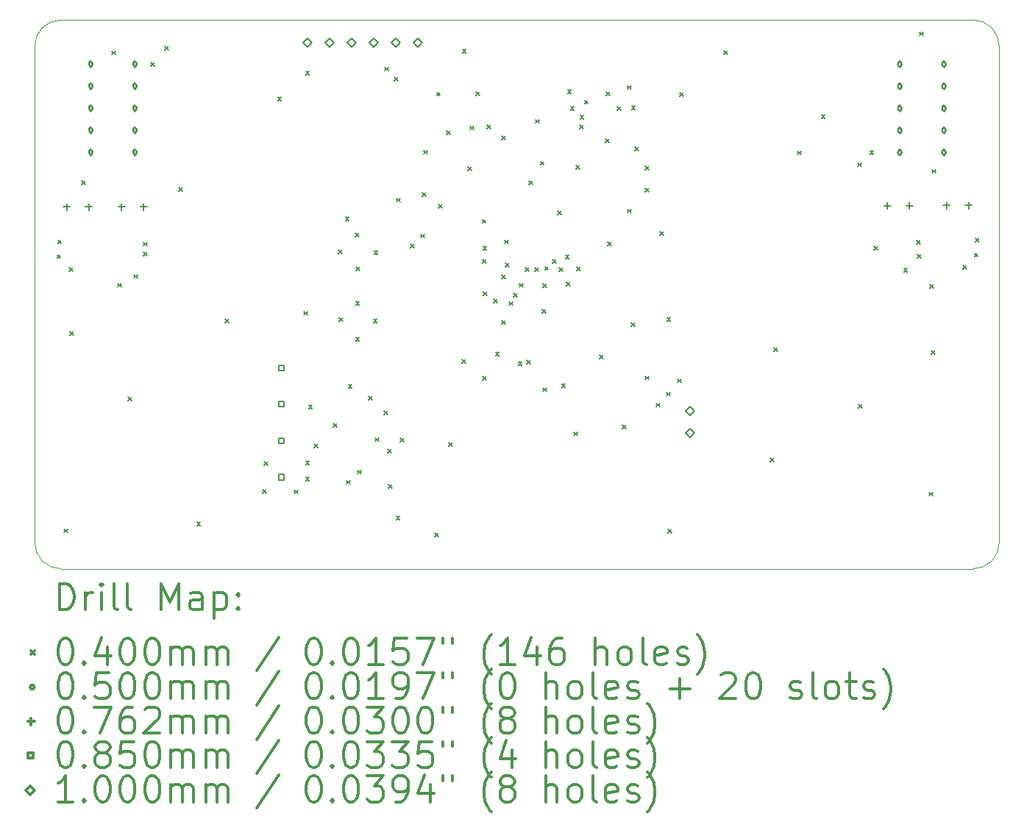
<source format=gbr>
%FSLAX45Y45*%
G04 Gerber Fmt 4.5, Leading zero omitted, Abs format (unit mm)*
G04 Created by KiCad (PCBNEW (5.1.12)-1) date 2022-01-24 11:21:39*
%MOMM*%
%LPD*%
G01*
G04 APERTURE LIST*
%TA.AperFunction,Profile*%
%ADD10C,0.100000*%
%TD*%
%ADD11C,0.200000*%
%ADD12C,0.300000*%
G04 APERTURE END LIST*
D10*
X21050000Y-8980000D02*
G75*
G02*
X21350000Y-9280000I0J-300000D01*
G01*
X21350000Y-15000000D02*
G75*
G02*
X21050000Y-15300000I-300000J0D01*
G01*
X10550000Y-15300000D02*
G75*
G02*
X10250000Y-15000000I0J300000D01*
G01*
X10250000Y-9280000D02*
G75*
G02*
X10550000Y-8980000I300000J0D01*
G01*
X10550000Y-15300000D02*
X21050000Y-15300000D01*
X21350000Y-9280000D02*
X21350000Y-15000000D01*
X10550000Y-8980000D02*
X21050000Y-8980000D01*
X10250000Y-9280000D02*
X10250000Y-15000000D01*
D11*
X10507500Y-11685000D02*
X10547500Y-11725000D01*
X10547500Y-11685000D02*
X10507500Y-11725000D01*
X10515000Y-11515000D02*
X10555000Y-11555000D01*
X10555000Y-11515000D02*
X10515000Y-11555000D01*
X10590000Y-14842500D02*
X10630000Y-14882500D01*
X10630000Y-14842500D02*
X10590000Y-14882500D01*
X10647500Y-11830000D02*
X10687500Y-11870000D01*
X10687500Y-11830000D02*
X10647500Y-11870000D01*
X10657500Y-12570000D02*
X10697500Y-12610000D01*
X10697500Y-12570000D02*
X10657500Y-12610000D01*
X10787500Y-10832500D02*
X10827500Y-10872500D01*
X10827500Y-10832500D02*
X10787500Y-10872500D01*
X11137500Y-9340000D02*
X11177500Y-9380000D01*
X11177500Y-9340000D02*
X11137500Y-9380000D01*
X11205000Y-12015000D02*
X11245000Y-12055000D01*
X11245000Y-12015000D02*
X11205000Y-12055000D01*
X11322500Y-13325000D02*
X11362500Y-13365000D01*
X11362500Y-13325000D02*
X11322500Y-13365000D01*
X11390000Y-11912500D02*
X11430000Y-11952500D01*
X11430000Y-11912500D02*
X11390000Y-11952500D01*
X11500000Y-11540000D02*
X11540000Y-11580000D01*
X11540000Y-11540000D02*
X11500000Y-11580000D01*
X11502500Y-11655000D02*
X11542500Y-11695000D01*
X11542500Y-11655000D02*
X11502500Y-11695000D01*
X11585000Y-9470000D02*
X11625000Y-9510000D01*
X11625000Y-9470000D02*
X11585000Y-9510000D01*
X11750000Y-9285000D02*
X11790000Y-9325000D01*
X11790000Y-9285000D02*
X11750000Y-9325000D01*
X11905000Y-10910000D02*
X11945000Y-10950000D01*
X11945000Y-10910000D02*
X11905000Y-10950000D01*
X12115000Y-14760000D02*
X12155000Y-14800000D01*
X12155000Y-14760000D02*
X12115000Y-14800000D01*
X12442500Y-12427500D02*
X12482500Y-12467500D01*
X12482500Y-12427500D02*
X12442500Y-12467500D01*
X12875000Y-14387500D02*
X12915000Y-14427500D01*
X12915000Y-14387500D02*
X12875000Y-14427500D01*
X12892500Y-14065000D02*
X12932500Y-14105000D01*
X12932500Y-14065000D02*
X12892500Y-14105000D01*
X13047500Y-9867500D02*
X13087500Y-9907500D01*
X13087500Y-9867500D02*
X13047500Y-9907500D01*
X13240000Y-14395000D02*
X13280000Y-14435000D01*
X13280000Y-14395000D02*
X13240000Y-14435000D01*
X13345000Y-12337500D02*
X13385000Y-12377500D01*
X13385000Y-12337500D02*
X13345000Y-12377500D01*
X13367500Y-9575000D02*
X13407500Y-9615000D01*
X13407500Y-9575000D02*
X13367500Y-9615000D01*
X13367500Y-14057500D02*
X13407500Y-14097500D01*
X13407500Y-14057500D02*
X13367500Y-14097500D01*
X13367500Y-14247500D02*
X13407500Y-14287500D01*
X13407500Y-14247500D02*
X13367500Y-14287500D01*
X13402500Y-13415000D02*
X13442500Y-13455000D01*
X13442500Y-13415000D02*
X13402500Y-13455000D01*
X13467500Y-13867500D02*
X13507500Y-13907500D01*
X13507500Y-13867500D02*
X13467500Y-13907500D01*
X13687500Y-13630000D02*
X13727500Y-13670000D01*
X13727500Y-13630000D02*
X13687500Y-13670000D01*
X13747500Y-11632500D02*
X13787500Y-11672500D01*
X13787500Y-11632500D02*
X13747500Y-11672500D01*
X13752500Y-12410000D02*
X13792500Y-12450000D01*
X13792500Y-12410000D02*
X13752500Y-12450000D01*
X13825000Y-11247500D02*
X13865000Y-11287500D01*
X13865000Y-11247500D02*
X13825000Y-11287500D01*
X13840000Y-14285000D02*
X13880000Y-14325000D01*
X13880000Y-14285000D02*
X13840000Y-14325000D01*
X13860000Y-13180000D02*
X13900000Y-13220000D01*
X13900000Y-13180000D02*
X13860000Y-13220000D01*
X13937500Y-11435000D02*
X13977500Y-11475000D01*
X13977500Y-11435000D02*
X13937500Y-11475000D01*
X13945000Y-12220000D02*
X13985000Y-12260000D01*
X13985000Y-12220000D02*
X13945000Y-12260000D01*
X13945000Y-12637500D02*
X13985000Y-12677500D01*
X13985000Y-12637500D02*
X13945000Y-12677500D01*
X13947500Y-11822500D02*
X13987500Y-11862500D01*
X13987500Y-11822500D02*
X13947500Y-11862500D01*
X13965000Y-14165000D02*
X14005000Y-14205000D01*
X14005000Y-14165000D02*
X13965000Y-14205000D01*
X14095000Y-13312500D02*
X14135000Y-13352500D01*
X14135000Y-13312500D02*
X14095000Y-13352500D01*
X14147500Y-12427500D02*
X14187500Y-12467500D01*
X14187500Y-12427500D02*
X14147500Y-12467500D01*
X14155000Y-11637500D02*
X14195000Y-11677500D01*
X14195000Y-11637500D02*
X14155000Y-11677500D01*
X14170000Y-13792500D02*
X14210000Y-13832500D01*
X14210000Y-13792500D02*
X14170000Y-13832500D01*
X14272500Y-13485000D02*
X14312500Y-13525000D01*
X14312500Y-13485000D02*
X14272500Y-13525000D01*
X14277500Y-9525000D02*
X14317500Y-9565000D01*
X14317500Y-9525000D02*
X14277500Y-9565000D01*
X14315000Y-13925000D02*
X14355000Y-13965000D01*
X14355000Y-13925000D02*
X14315000Y-13965000D01*
X14322500Y-14327500D02*
X14362500Y-14367500D01*
X14362500Y-14327500D02*
X14322500Y-14367500D01*
X14390000Y-9637500D02*
X14430000Y-9677500D01*
X14430000Y-9637500D02*
X14390000Y-9677500D01*
X14410000Y-14697500D02*
X14450000Y-14737500D01*
X14450000Y-14697500D02*
X14410000Y-14737500D01*
X14415000Y-11032500D02*
X14455000Y-11072500D01*
X14455000Y-11032500D02*
X14415000Y-11072500D01*
X14455000Y-13797500D02*
X14495000Y-13837500D01*
X14495000Y-13797500D02*
X14455000Y-13837500D01*
X14575000Y-11562500D02*
X14615000Y-11602500D01*
X14615000Y-11562500D02*
X14575000Y-11602500D01*
X14692500Y-11447500D02*
X14732500Y-11487500D01*
X14732500Y-11447500D02*
X14692500Y-11487500D01*
X14710000Y-10967500D02*
X14750000Y-11007500D01*
X14750000Y-10967500D02*
X14710000Y-11007500D01*
X14725000Y-10482500D02*
X14765000Y-10522500D01*
X14765000Y-10482500D02*
X14725000Y-10522500D01*
X14855000Y-14890000D02*
X14895000Y-14930000D01*
X14895000Y-14890000D02*
X14855000Y-14930000D01*
X14875000Y-9812500D02*
X14915000Y-9852500D01*
X14915000Y-9812500D02*
X14875000Y-9852500D01*
X14895000Y-11107500D02*
X14935000Y-11147500D01*
X14935000Y-11107500D02*
X14895000Y-11147500D01*
X14987500Y-10257500D02*
X15027500Y-10297500D01*
X15027500Y-10257500D02*
X14987500Y-10297500D01*
X15012500Y-13850000D02*
X15052500Y-13890000D01*
X15052500Y-13850000D02*
X15012500Y-13890000D01*
X15170000Y-12892500D02*
X15210000Y-12932500D01*
X15210000Y-12892500D02*
X15170000Y-12932500D01*
X15172500Y-9320000D02*
X15212500Y-9360000D01*
X15212500Y-9320000D02*
X15172500Y-9360000D01*
X15237500Y-10670000D02*
X15277500Y-10710000D01*
X15277500Y-10670000D02*
X15237500Y-10710000D01*
X15260000Y-10202500D02*
X15300000Y-10242500D01*
X15300000Y-10202500D02*
X15260000Y-10242500D01*
X15327500Y-9810000D02*
X15367500Y-9850000D01*
X15367500Y-9810000D02*
X15327500Y-9850000D01*
X15400000Y-11277500D02*
X15440000Y-11317500D01*
X15440000Y-11277500D02*
X15400000Y-11317500D01*
X15402500Y-11742500D02*
X15442500Y-11782500D01*
X15442500Y-11742500D02*
X15402500Y-11782500D01*
X15402500Y-13085000D02*
X15442500Y-13125000D01*
X15442500Y-13085000D02*
X15402500Y-13125000D01*
X15410000Y-11590000D02*
X15450000Y-11630000D01*
X15450000Y-11590000D02*
X15410000Y-11630000D01*
X15412500Y-12112500D02*
X15452500Y-12152500D01*
X15452500Y-12112500D02*
X15412500Y-12152500D01*
X15452500Y-10190000D02*
X15492500Y-10230000D01*
X15492500Y-10190000D02*
X15452500Y-10230000D01*
X15530000Y-12195000D02*
X15570000Y-12235000D01*
X15570000Y-12195000D02*
X15530000Y-12235000D01*
X15552500Y-12807500D02*
X15592500Y-12847500D01*
X15592500Y-12807500D02*
X15552500Y-12847500D01*
X15625000Y-10315000D02*
X15665000Y-10355000D01*
X15665000Y-10315000D02*
X15625000Y-10355000D01*
X15625000Y-11920000D02*
X15665000Y-11960000D01*
X15665000Y-11920000D02*
X15625000Y-11960000D01*
X15627500Y-12442500D02*
X15667500Y-12482500D01*
X15667500Y-12442500D02*
X15627500Y-12482500D01*
X15657500Y-11515000D02*
X15697500Y-11555000D01*
X15697500Y-11515000D02*
X15657500Y-11555000D01*
X15670000Y-11785000D02*
X15710000Y-11825000D01*
X15710000Y-11785000D02*
X15670000Y-11825000D01*
X15707500Y-12226352D02*
X15747500Y-12266352D01*
X15747500Y-12226352D02*
X15707500Y-12266352D01*
X15757500Y-12130000D02*
X15797500Y-12170000D01*
X15797500Y-12130000D02*
X15757500Y-12170000D01*
X15815000Y-12917500D02*
X15855000Y-12957500D01*
X15855000Y-12917500D02*
X15815000Y-12957500D01*
X15827500Y-12015000D02*
X15867500Y-12055000D01*
X15867500Y-12015000D02*
X15827500Y-12055000D01*
X15895000Y-11835000D02*
X15935000Y-11875000D01*
X15935000Y-11835000D02*
X15895000Y-11875000D01*
X15915000Y-12902500D02*
X15955000Y-12942500D01*
X15955000Y-12902500D02*
X15915000Y-12942500D01*
X15935000Y-10832500D02*
X15975000Y-10872500D01*
X15975000Y-10832500D02*
X15935000Y-10872500D01*
X16005000Y-11832500D02*
X16045000Y-11872500D01*
X16045000Y-11832500D02*
X16005000Y-11872500D01*
X16015000Y-10127500D02*
X16055000Y-10167500D01*
X16055000Y-10127500D02*
X16015000Y-10167500D01*
X16070000Y-10610000D02*
X16110000Y-10650000D01*
X16110000Y-10610000D02*
X16070000Y-10650000D01*
X16092500Y-12315000D02*
X16132500Y-12355000D01*
X16132500Y-12315000D02*
X16092500Y-12355000D01*
X16100000Y-12020000D02*
X16140000Y-12060000D01*
X16140000Y-12020000D02*
X16100000Y-12060000D01*
X16100000Y-13217500D02*
X16140000Y-13257500D01*
X16140000Y-13217500D02*
X16100000Y-13257500D01*
X16120000Y-11820000D02*
X16160000Y-11860000D01*
X16160000Y-11820000D02*
X16120000Y-11860000D01*
X16207500Y-11742500D02*
X16247500Y-11782500D01*
X16247500Y-11742500D02*
X16207500Y-11782500D01*
X16267500Y-11182500D02*
X16307500Y-11222500D01*
X16307500Y-11182500D02*
X16267500Y-11222500D01*
X16285000Y-11832500D02*
X16325000Y-11872500D01*
X16325000Y-11832500D02*
X16285000Y-11872500D01*
X16315000Y-13172500D02*
X16355000Y-13212500D01*
X16355000Y-13172500D02*
X16315000Y-13212500D01*
X16357501Y-11687789D02*
X16397501Y-11727789D01*
X16397501Y-11687789D02*
X16357501Y-11727789D01*
X16367500Y-12000000D02*
X16407500Y-12040000D01*
X16407500Y-12000000D02*
X16367500Y-12040000D01*
X16382500Y-9782500D02*
X16422500Y-9822500D01*
X16422500Y-9782500D02*
X16382500Y-9822500D01*
X16417500Y-9980000D02*
X16457500Y-10020000D01*
X16457500Y-9980000D02*
X16417500Y-10020000D01*
X16452500Y-13725000D02*
X16492500Y-13765000D01*
X16492500Y-13725000D02*
X16452500Y-13765000D01*
X16482500Y-10655000D02*
X16522500Y-10695000D01*
X16522500Y-10655000D02*
X16482500Y-10695000D01*
X16487500Y-11825000D02*
X16527500Y-11865000D01*
X16527500Y-11825000D02*
X16487500Y-11865000D01*
X16524932Y-10187432D02*
X16564932Y-10227432D01*
X16564932Y-10187432D02*
X16524932Y-10227432D01*
X16526872Y-10082960D02*
X16566872Y-10122960D01*
X16566872Y-10082960D02*
X16526872Y-10122960D01*
X16577500Y-9907500D02*
X16617500Y-9947500D01*
X16617500Y-9907500D02*
X16577500Y-9947500D01*
X16750000Y-12837500D02*
X16790000Y-12877500D01*
X16790000Y-12837500D02*
X16750000Y-12877500D01*
X16820000Y-10352500D02*
X16860000Y-10392500D01*
X16860000Y-10352500D02*
X16820000Y-10392500D01*
X16830000Y-9807500D02*
X16870000Y-9847500D01*
X16870000Y-9807500D02*
X16830000Y-9847500D01*
X16845000Y-11535000D02*
X16885000Y-11575000D01*
X16885000Y-11535000D02*
X16845000Y-11575000D01*
X16955000Y-9977500D02*
X16995000Y-10017500D01*
X16995000Y-9977500D02*
X16955000Y-10017500D01*
X17014999Y-13647701D02*
X17054999Y-13687701D01*
X17054999Y-13647701D02*
X17014999Y-13687701D01*
X17070000Y-11160000D02*
X17110000Y-11200000D01*
X17110000Y-11160000D02*
X17070000Y-11200000D01*
X17072500Y-9737500D02*
X17112500Y-9777500D01*
X17112500Y-9737500D02*
X17072500Y-9777500D01*
X17117500Y-12470000D02*
X17157500Y-12510000D01*
X17157500Y-12470000D02*
X17117500Y-12510000D01*
X17120000Y-9967500D02*
X17160000Y-10007500D01*
X17160000Y-9967500D02*
X17120000Y-10007500D01*
X17155000Y-10445000D02*
X17195000Y-10485000D01*
X17195000Y-10445000D02*
X17155000Y-10485000D01*
X17277500Y-10667500D02*
X17317500Y-10707500D01*
X17317500Y-10667500D02*
X17277500Y-10707500D01*
X17277500Y-10917500D02*
X17317500Y-10957500D01*
X17317500Y-10917500D02*
X17277500Y-10957500D01*
X17277500Y-13082500D02*
X17317500Y-13122500D01*
X17317500Y-13082500D02*
X17277500Y-13122500D01*
X17400000Y-13395000D02*
X17440000Y-13435000D01*
X17440000Y-13395000D02*
X17400000Y-13435000D01*
X17442500Y-11420000D02*
X17482500Y-11460000D01*
X17482500Y-11420000D02*
X17442500Y-11460000D01*
X17520377Y-13267877D02*
X17560377Y-13307877D01*
X17560377Y-13267877D02*
X17520377Y-13307877D01*
X17525000Y-12410000D02*
X17565000Y-12450000D01*
X17565000Y-12410000D02*
X17525000Y-12450000D01*
X17540000Y-14850000D02*
X17580000Y-14890000D01*
X17580000Y-14850000D02*
X17540000Y-14890000D01*
X17650000Y-13115000D02*
X17690000Y-13155000D01*
X17690000Y-13115000D02*
X17650000Y-13155000D01*
X17672500Y-9820000D02*
X17712500Y-9860000D01*
X17712500Y-9820000D02*
X17672500Y-9860000D01*
X18182500Y-9332500D02*
X18222500Y-9372500D01*
X18222500Y-9332500D02*
X18182500Y-9372500D01*
X18712500Y-14027500D02*
X18752500Y-14067500D01*
X18752500Y-14027500D02*
X18712500Y-14067500D01*
X18755000Y-12755000D02*
X18795000Y-12795000D01*
X18795000Y-12755000D02*
X18755000Y-12795000D01*
X19030000Y-10490000D02*
X19070000Y-10530000D01*
X19070000Y-10490000D02*
X19030000Y-10530000D01*
X19302500Y-10070000D02*
X19342500Y-10110000D01*
X19342500Y-10070000D02*
X19302500Y-10110000D01*
X19725000Y-10627500D02*
X19765000Y-10667500D01*
X19765000Y-10627500D02*
X19725000Y-10667500D01*
X19730000Y-13410000D02*
X19770000Y-13450000D01*
X19770000Y-13410000D02*
X19730000Y-13450000D01*
X19862500Y-10485000D02*
X19902500Y-10525000D01*
X19902500Y-10485000D02*
X19862500Y-10525000D01*
X19907500Y-11587500D02*
X19947500Y-11627500D01*
X19947500Y-11587500D02*
X19907500Y-11627500D01*
X20252500Y-11840000D02*
X20292500Y-11880000D01*
X20292500Y-11840000D02*
X20252500Y-11880000D01*
X20397500Y-11522500D02*
X20437500Y-11562500D01*
X20437500Y-11522500D02*
X20397500Y-11562500D01*
X20407500Y-11680000D02*
X20447500Y-11720000D01*
X20447500Y-11680000D02*
X20407500Y-11720000D01*
X20435000Y-9120000D02*
X20475000Y-9160000D01*
X20475000Y-9120000D02*
X20435000Y-9160000D01*
X20545000Y-14420000D02*
X20585000Y-14460000D01*
X20585000Y-14420000D02*
X20545000Y-14460000D01*
X20555000Y-12030000D02*
X20595000Y-12070000D01*
X20595000Y-12030000D02*
X20555000Y-12070000D01*
X20570000Y-12790000D02*
X20610000Y-12830000D01*
X20610000Y-12790000D02*
X20570000Y-12830000D01*
X20575000Y-10702500D02*
X20615000Y-10742500D01*
X20615000Y-10702500D02*
X20575000Y-10742500D01*
X20932500Y-11807500D02*
X20972500Y-11847500D01*
X20972500Y-11807500D02*
X20932500Y-11847500D01*
X21065000Y-11667500D02*
X21105000Y-11707500D01*
X21105000Y-11667500D02*
X21065000Y-11707500D01*
X21075000Y-11495000D02*
X21115000Y-11535000D01*
X21115000Y-11495000D02*
X21075000Y-11535000D01*
X10918500Y-9487000D02*
G75*
G03*
X10918500Y-9487000I-25000J0D01*
G01*
X10878500Y-9462000D02*
X10878500Y-9512000D01*
X10908500Y-9462000D02*
X10908500Y-9512000D01*
X10878500Y-9512000D02*
G75*
G03*
X10908500Y-9512000I15000J0D01*
G01*
X10908500Y-9462000D02*
G75*
G03*
X10878500Y-9462000I-15000J0D01*
G01*
X10918500Y-9741000D02*
G75*
G03*
X10918500Y-9741000I-25000J0D01*
G01*
X10878500Y-9716000D02*
X10878500Y-9766000D01*
X10908500Y-9716000D02*
X10908500Y-9766000D01*
X10878500Y-9766000D02*
G75*
G03*
X10908500Y-9766000I15000J0D01*
G01*
X10908500Y-9716000D02*
G75*
G03*
X10878500Y-9716000I-15000J0D01*
G01*
X10918500Y-9995000D02*
G75*
G03*
X10918500Y-9995000I-25000J0D01*
G01*
X10878500Y-9970000D02*
X10878500Y-10020000D01*
X10908500Y-9970000D02*
X10908500Y-10020000D01*
X10878500Y-10020000D02*
G75*
G03*
X10908500Y-10020000I15000J0D01*
G01*
X10908500Y-9970000D02*
G75*
G03*
X10878500Y-9970000I-15000J0D01*
G01*
X10918500Y-10249000D02*
G75*
G03*
X10918500Y-10249000I-25000J0D01*
G01*
X10878500Y-10224000D02*
X10878500Y-10274000D01*
X10908500Y-10224000D02*
X10908500Y-10274000D01*
X10878500Y-10274000D02*
G75*
G03*
X10908500Y-10274000I15000J0D01*
G01*
X10908500Y-10224000D02*
G75*
G03*
X10878500Y-10224000I-15000J0D01*
G01*
X10918500Y-10503000D02*
G75*
G03*
X10918500Y-10503000I-25000J0D01*
G01*
X10878500Y-10478000D02*
X10878500Y-10528000D01*
X10908500Y-10478000D02*
X10908500Y-10528000D01*
X10878500Y-10528000D02*
G75*
G03*
X10908500Y-10528000I15000J0D01*
G01*
X10908500Y-10478000D02*
G75*
G03*
X10878500Y-10478000I-15000J0D01*
G01*
X11426500Y-9487000D02*
G75*
G03*
X11426500Y-9487000I-25000J0D01*
G01*
X11386500Y-9462000D02*
X11386500Y-9512000D01*
X11416500Y-9462000D02*
X11416500Y-9512000D01*
X11386500Y-9512000D02*
G75*
G03*
X11416500Y-9512000I15000J0D01*
G01*
X11416500Y-9462000D02*
G75*
G03*
X11386500Y-9462000I-15000J0D01*
G01*
X11426500Y-9741000D02*
G75*
G03*
X11426500Y-9741000I-25000J0D01*
G01*
X11386500Y-9716000D02*
X11386500Y-9766000D01*
X11416500Y-9716000D02*
X11416500Y-9766000D01*
X11386500Y-9766000D02*
G75*
G03*
X11416500Y-9766000I15000J0D01*
G01*
X11416500Y-9716000D02*
G75*
G03*
X11386500Y-9716000I-15000J0D01*
G01*
X11426500Y-9995000D02*
G75*
G03*
X11426500Y-9995000I-25000J0D01*
G01*
X11386500Y-9970000D02*
X11386500Y-10020000D01*
X11416500Y-9970000D02*
X11416500Y-10020000D01*
X11386500Y-10020000D02*
G75*
G03*
X11416500Y-10020000I15000J0D01*
G01*
X11416500Y-9970000D02*
G75*
G03*
X11386500Y-9970000I-15000J0D01*
G01*
X11426500Y-10249000D02*
G75*
G03*
X11426500Y-10249000I-25000J0D01*
G01*
X11386500Y-10224000D02*
X11386500Y-10274000D01*
X11416500Y-10224000D02*
X11416500Y-10274000D01*
X11386500Y-10274000D02*
G75*
G03*
X11416500Y-10274000I15000J0D01*
G01*
X11416500Y-10224000D02*
G75*
G03*
X11386500Y-10224000I-15000J0D01*
G01*
X11426500Y-10503000D02*
G75*
G03*
X11426500Y-10503000I-25000J0D01*
G01*
X11386500Y-10478000D02*
X11386500Y-10528000D01*
X11416500Y-10478000D02*
X11416500Y-10528000D01*
X11386500Y-10528000D02*
G75*
G03*
X11416500Y-10528000I15000J0D01*
G01*
X11416500Y-10478000D02*
G75*
G03*
X11386500Y-10478000I-15000J0D01*
G01*
X20231000Y-9489500D02*
G75*
G03*
X20231000Y-9489500I-25000J0D01*
G01*
X20221000Y-9514500D02*
X20221000Y-9464500D01*
X20191000Y-9514500D02*
X20191000Y-9464500D01*
X20221000Y-9464500D02*
G75*
G03*
X20191000Y-9464500I-15000J0D01*
G01*
X20191000Y-9514500D02*
G75*
G03*
X20221000Y-9514500I15000J0D01*
G01*
X20231000Y-9743500D02*
G75*
G03*
X20231000Y-9743500I-25000J0D01*
G01*
X20221000Y-9768500D02*
X20221000Y-9718500D01*
X20191000Y-9768500D02*
X20191000Y-9718500D01*
X20221000Y-9718500D02*
G75*
G03*
X20191000Y-9718500I-15000J0D01*
G01*
X20191000Y-9768500D02*
G75*
G03*
X20221000Y-9768500I15000J0D01*
G01*
X20231000Y-9997500D02*
G75*
G03*
X20231000Y-9997500I-25000J0D01*
G01*
X20221000Y-10022500D02*
X20221000Y-9972500D01*
X20191000Y-10022500D02*
X20191000Y-9972500D01*
X20221000Y-9972500D02*
G75*
G03*
X20191000Y-9972500I-15000J0D01*
G01*
X20191000Y-10022500D02*
G75*
G03*
X20221000Y-10022500I15000J0D01*
G01*
X20231000Y-10251500D02*
G75*
G03*
X20231000Y-10251500I-25000J0D01*
G01*
X20221000Y-10276500D02*
X20221000Y-10226500D01*
X20191000Y-10276500D02*
X20191000Y-10226500D01*
X20221000Y-10226500D02*
G75*
G03*
X20191000Y-10226500I-15000J0D01*
G01*
X20191000Y-10276500D02*
G75*
G03*
X20221000Y-10276500I15000J0D01*
G01*
X20231000Y-10505500D02*
G75*
G03*
X20231000Y-10505500I-25000J0D01*
G01*
X20221000Y-10530500D02*
X20221000Y-10480500D01*
X20191000Y-10530500D02*
X20191000Y-10480500D01*
X20221000Y-10480500D02*
G75*
G03*
X20191000Y-10480500I-15000J0D01*
G01*
X20191000Y-10530500D02*
G75*
G03*
X20221000Y-10530500I15000J0D01*
G01*
X20739000Y-9489500D02*
G75*
G03*
X20739000Y-9489500I-25000J0D01*
G01*
X20729000Y-9514500D02*
X20729000Y-9464500D01*
X20699000Y-9514500D02*
X20699000Y-9464500D01*
X20729000Y-9464500D02*
G75*
G03*
X20699000Y-9464500I-15000J0D01*
G01*
X20699000Y-9514500D02*
G75*
G03*
X20729000Y-9514500I15000J0D01*
G01*
X20739000Y-9743500D02*
G75*
G03*
X20739000Y-9743500I-25000J0D01*
G01*
X20729000Y-9768500D02*
X20729000Y-9718500D01*
X20699000Y-9768500D02*
X20699000Y-9718500D01*
X20729000Y-9718500D02*
G75*
G03*
X20699000Y-9718500I-15000J0D01*
G01*
X20699000Y-9768500D02*
G75*
G03*
X20729000Y-9768500I15000J0D01*
G01*
X20739000Y-9997500D02*
G75*
G03*
X20739000Y-9997500I-25000J0D01*
G01*
X20729000Y-10022500D02*
X20729000Y-9972500D01*
X20699000Y-10022500D02*
X20699000Y-9972500D01*
X20729000Y-9972500D02*
G75*
G03*
X20699000Y-9972500I-15000J0D01*
G01*
X20699000Y-10022500D02*
G75*
G03*
X20729000Y-10022500I15000J0D01*
G01*
X20739000Y-10251500D02*
G75*
G03*
X20739000Y-10251500I-25000J0D01*
G01*
X20729000Y-10276500D02*
X20729000Y-10226500D01*
X20699000Y-10276500D02*
X20699000Y-10226500D01*
X20729000Y-10226500D02*
G75*
G03*
X20699000Y-10226500I-15000J0D01*
G01*
X20699000Y-10276500D02*
G75*
G03*
X20729000Y-10276500I15000J0D01*
G01*
X20739000Y-10505500D02*
G75*
G03*
X20739000Y-10505500I-25000J0D01*
G01*
X20729000Y-10530500D02*
X20729000Y-10480500D01*
X20699000Y-10530500D02*
X20699000Y-10480500D01*
X20729000Y-10480500D02*
G75*
G03*
X20699000Y-10480500I-15000J0D01*
G01*
X20699000Y-10530500D02*
G75*
G03*
X20729000Y-10530500I15000J0D01*
G01*
X10617500Y-11094400D02*
X10617500Y-11170600D01*
X10579400Y-11132500D02*
X10655600Y-11132500D01*
X10871500Y-11094400D02*
X10871500Y-11170600D01*
X10833400Y-11132500D02*
X10909600Y-11132500D01*
X11247500Y-11094400D02*
X11247500Y-11170600D01*
X11209400Y-11132500D02*
X11285600Y-11132500D01*
X11501500Y-11094400D02*
X11501500Y-11170600D01*
X11463400Y-11132500D02*
X11539600Y-11132500D01*
X20063000Y-11081900D02*
X20063000Y-11158100D01*
X20024900Y-11120000D02*
X20101100Y-11120000D01*
X20317000Y-11081900D02*
X20317000Y-11158100D01*
X20278900Y-11120000D02*
X20355100Y-11120000D01*
X20743000Y-11076900D02*
X20743000Y-11153100D01*
X20704900Y-11115000D02*
X20781100Y-11115000D01*
X20997000Y-11076900D02*
X20997000Y-11153100D01*
X20958900Y-11115000D02*
X21035100Y-11115000D01*
X13115052Y-13015052D02*
X13115052Y-12954948D01*
X13054948Y-12954948D01*
X13054948Y-13015052D01*
X13115052Y-13015052D01*
X13115052Y-13435052D02*
X13115052Y-13374948D01*
X13054948Y-13374948D01*
X13054948Y-13435052D01*
X13115052Y-13435052D01*
X13115052Y-13855052D02*
X13115052Y-13794948D01*
X13054948Y-13794948D01*
X13054948Y-13855052D01*
X13115052Y-13855052D01*
X13115052Y-14275052D02*
X13115052Y-14214948D01*
X13054948Y-14214948D01*
X13054948Y-14275052D01*
X13115052Y-14275052D01*
X13386000Y-9287500D02*
X13436000Y-9237500D01*
X13386000Y-9187500D01*
X13336000Y-9237500D01*
X13386000Y-9287500D01*
X13640000Y-9287500D02*
X13690000Y-9237500D01*
X13640000Y-9187500D01*
X13590000Y-9237500D01*
X13640000Y-9287500D01*
X13894000Y-9287500D02*
X13944000Y-9237500D01*
X13894000Y-9187500D01*
X13844000Y-9237500D01*
X13894000Y-9287500D01*
X14148000Y-9287500D02*
X14198000Y-9237500D01*
X14148000Y-9187500D01*
X14098000Y-9237500D01*
X14148000Y-9287500D01*
X14402000Y-9287500D02*
X14452000Y-9237500D01*
X14402000Y-9187500D01*
X14352000Y-9237500D01*
X14402000Y-9287500D01*
X14656000Y-9287500D02*
X14706000Y-9237500D01*
X14656000Y-9187500D01*
X14606000Y-9237500D01*
X14656000Y-9287500D01*
X17792500Y-13532500D02*
X17842500Y-13482500D01*
X17792500Y-13432500D01*
X17742500Y-13482500D01*
X17792500Y-13532500D01*
X17792500Y-13786500D02*
X17842500Y-13736500D01*
X17792500Y-13686500D01*
X17742500Y-13736500D01*
X17792500Y-13786500D01*
D12*
X10531428Y-15770714D02*
X10531428Y-15470714D01*
X10602857Y-15470714D01*
X10645714Y-15485000D01*
X10674286Y-15513571D01*
X10688571Y-15542143D01*
X10702857Y-15599286D01*
X10702857Y-15642143D01*
X10688571Y-15699286D01*
X10674286Y-15727857D01*
X10645714Y-15756429D01*
X10602857Y-15770714D01*
X10531428Y-15770714D01*
X10831428Y-15770714D02*
X10831428Y-15570714D01*
X10831428Y-15627857D02*
X10845714Y-15599286D01*
X10860000Y-15585000D01*
X10888571Y-15570714D01*
X10917143Y-15570714D01*
X11017143Y-15770714D02*
X11017143Y-15570714D01*
X11017143Y-15470714D02*
X11002857Y-15485000D01*
X11017143Y-15499286D01*
X11031428Y-15485000D01*
X11017143Y-15470714D01*
X11017143Y-15499286D01*
X11202857Y-15770714D02*
X11174286Y-15756429D01*
X11160000Y-15727857D01*
X11160000Y-15470714D01*
X11360000Y-15770714D02*
X11331428Y-15756429D01*
X11317143Y-15727857D01*
X11317143Y-15470714D01*
X11702857Y-15770714D02*
X11702857Y-15470714D01*
X11802857Y-15685000D01*
X11902857Y-15470714D01*
X11902857Y-15770714D01*
X12174286Y-15770714D02*
X12174286Y-15613571D01*
X12160000Y-15585000D01*
X12131428Y-15570714D01*
X12074286Y-15570714D01*
X12045714Y-15585000D01*
X12174286Y-15756429D02*
X12145714Y-15770714D01*
X12074286Y-15770714D01*
X12045714Y-15756429D01*
X12031428Y-15727857D01*
X12031428Y-15699286D01*
X12045714Y-15670714D01*
X12074286Y-15656429D01*
X12145714Y-15656429D01*
X12174286Y-15642143D01*
X12317143Y-15570714D02*
X12317143Y-15870714D01*
X12317143Y-15585000D02*
X12345714Y-15570714D01*
X12402857Y-15570714D01*
X12431428Y-15585000D01*
X12445714Y-15599286D01*
X12460000Y-15627857D01*
X12460000Y-15713571D01*
X12445714Y-15742143D01*
X12431428Y-15756429D01*
X12402857Y-15770714D01*
X12345714Y-15770714D01*
X12317143Y-15756429D01*
X12588571Y-15742143D02*
X12602857Y-15756429D01*
X12588571Y-15770714D01*
X12574286Y-15756429D01*
X12588571Y-15742143D01*
X12588571Y-15770714D01*
X12588571Y-15585000D02*
X12602857Y-15599286D01*
X12588571Y-15613571D01*
X12574286Y-15599286D01*
X12588571Y-15585000D01*
X12588571Y-15613571D01*
X10205000Y-16245000D02*
X10245000Y-16285000D01*
X10245000Y-16245000D02*
X10205000Y-16285000D01*
X10588571Y-16100714D02*
X10617143Y-16100714D01*
X10645714Y-16115000D01*
X10660000Y-16129286D01*
X10674286Y-16157857D01*
X10688571Y-16215000D01*
X10688571Y-16286429D01*
X10674286Y-16343571D01*
X10660000Y-16372143D01*
X10645714Y-16386429D01*
X10617143Y-16400714D01*
X10588571Y-16400714D01*
X10560000Y-16386429D01*
X10545714Y-16372143D01*
X10531428Y-16343571D01*
X10517143Y-16286429D01*
X10517143Y-16215000D01*
X10531428Y-16157857D01*
X10545714Y-16129286D01*
X10560000Y-16115000D01*
X10588571Y-16100714D01*
X10817143Y-16372143D02*
X10831428Y-16386429D01*
X10817143Y-16400714D01*
X10802857Y-16386429D01*
X10817143Y-16372143D01*
X10817143Y-16400714D01*
X11088571Y-16200714D02*
X11088571Y-16400714D01*
X11017143Y-16086429D02*
X10945714Y-16300714D01*
X11131428Y-16300714D01*
X11302857Y-16100714D02*
X11331428Y-16100714D01*
X11360000Y-16115000D01*
X11374286Y-16129286D01*
X11388571Y-16157857D01*
X11402857Y-16215000D01*
X11402857Y-16286429D01*
X11388571Y-16343571D01*
X11374286Y-16372143D01*
X11360000Y-16386429D01*
X11331428Y-16400714D01*
X11302857Y-16400714D01*
X11274286Y-16386429D01*
X11260000Y-16372143D01*
X11245714Y-16343571D01*
X11231428Y-16286429D01*
X11231428Y-16215000D01*
X11245714Y-16157857D01*
X11260000Y-16129286D01*
X11274286Y-16115000D01*
X11302857Y-16100714D01*
X11588571Y-16100714D02*
X11617143Y-16100714D01*
X11645714Y-16115000D01*
X11660000Y-16129286D01*
X11674286Y-16157857D01*
X11688571Y-16215000D01*
X11688571Y-16286429D01*
X11674286Y-16343571D01*
X11660000Y-16372143D01*
X11645714Y-16386429D01*
X11617143Y-16400714D01*
X11588571Y-16400714D01*
X11560000Y-16386429D01*
X11545714Y-16372143D01*
X11531428Y-16343571D01*
X11517143Y-16286429D01*
X11517143Y-16215000D01*
X11531428Y-16157857D01*
X11545714Y-16129286D01*
X11560000Y-16115000D01*
X11588571Y-16100714D01*
X11817143Y-16400714D02*
X11817143Y-16200714D01*
X11817143Y-16229286D02*
X11831428Y-16215000D01*
X11860000Y-16200714D01*
X11902857Y-16200714D01*
X11931428Y-16215000D01*
X11945714Y-16243571D01*
X11945714Y-16400714D01*
X11945714Y-16243571D02*
X11960000Y-16215000D01*
X11988571Y-16200714D01*
X12031428Y-16200714D01*
X12060000Y-16215000D01*
X12074286Y-16243571D01*
X12074286Y-16400714D01*
X12217143Y-16400714D02*
X12217143Y-16200714D01*
X12217143Y-16229286D02*
X12231428Y-16215000D01*
X12260000Y-16200714D01*
X12302857Y-16200714D01*
X12331428Y-16215000D01*
X12345714Y-16243571D01*
X12345714Y-16400714D01*
X12345714Y-16243571D02*
X12360000Y-16215000D01*
X12388571Y-16200714D01*
X12431428Y-16200714D01*
X12460000Y-16215000D01*
X12474286Y-16243571D01*
X12474286Y-16400714D01*
X13060000Y-16086429D02*
X12802857Y-16472143D01*
X13445714Y-16100714D02*
X13474286Y-16100714D01*
X13502857Y-16115000D01*
X13517143Y-16129286D01*
X13531428Y-16157857D01*
X13545714Y-16215000D01*
X13545714Y-16286429D01*
X13531428Y-16343571D01*
X13517143Y-16372143D01*
X13502857Y-16386429D01*
X13474286Y-16400714D01*
X13445714Y-16400714D01*
X13417143Y-16386429D01*
X13402857Y-16372143D01*
X13388571Y-16343571D01*
X13374286Y-16286429D01*
X13374286Y-16215000D01*
X13388571Y-16157857D01*
X13402857Y-16129286D01*
X13417143Y-16115000D01*
X13445714Y-16100714D01*
X13674286Y-16372143D02*
X13688571Y-16386429D01*
X13674286Y-16400714D01*
X13660000Y-16386429D01*
X13674286Y-16372143D01*
X13674286Y-16400714D01*
X13874286Y-16100714D02*
X13902857Y-16100714D01*
X13931428Y-16115000D01*
X13945714Y-16129286D01*
X13960000Y-16157857D01*
X13974286Y-16215000D01*
X13974286Y-16286429D01*
X13960000Y-16343571D01*
X13945714Y-16372143D01*
X13931428Y-16386429D01*
X13902857Y-16400714D01*
X13874286Y-16400714D01*
X13845714Y-16386429D01*
X13831428Y-16372143D01*
X13817143Y-16343571D01*
X13802857Y-16286429D01*
X13802857Y-16215000D01*
X13817143Y-16157857D01*
X13831428Y-16129286D01*
X13845714Y-16115000D01*
X13874286Y-16100714D01*
X14260000Y-16400714D02*
X14088571Y-16400714D01*
X14174286Y-16400714D02*
X14174286Y-16100714D01*
X14145714Y-16143571D01*
X14117143Y-16172143D01*
X14088571Y-16186429D01*
X14531428Y-16100714D02*
X14388571Y-16100714D01*
X14374286Y-16243571D01*
X14388571Y-16229286D01*
X14417143Y-16215000D01*
X14488571Y-16215000D01*
X14517143Y-16229286D01*
X14531428Y-16243571D01*
X14545714Y-16272143D01*
X14545714Y-16343571D01*
X14531428Y-16372143D01*
X14517143Y-16386429D01*
X14488571Y-16400714D01*
X14417143Y-16400714D01*
X14388571Y-16386429D01*
X14374286Y-16372143D01*
X14645714Y-16100714D02*
X14845714Y-16100714D01*
X14717143Y-16400714D01*
X14945714Y-16100714D02*
X14945714Y-16157857D01*
X15060000Y-16100714D02*
X15060000Y-16157857D01*
X15502857Y-16515000D02*
X15488571Y-16500714D01*
X15460000Y-16457857D01*
X15445714Y-16429286D01*
X15431428Y-16386429D01*
X15417143Y-16315000D01*
X15417143Y-16257857D01*
X15431428Y-16186429D01*
X15445714Y-16143571D01*
X15460000Y-16115000D01*
X15488571Y-16072143D01*
X15502857Y-16057857D01*
X15774286Y-16400714D02*
X15602857Y-16400714D01*
X15688571Y-16400714D02*
X15688571Y-16100714D01*
X15660000Y-16143571D01*
X15631428Y-16172143D01*
X15602857Y-16186429D01*
X16031428Y-16200714D02*
X16031428Y-16400714D01*
X15960000Y-16086429D02*
X15888571Y-16300714D01*
X16074286Y-16300714D01*
X16317143Y-16100714D02*
X16260000Y-16100714D01*
X16231428Y-16115000D01*
X16217143Y-16129286D01*
X16188571Y-16172143D01*
X16174286Y-16229286D01*
X16174286Y-16343571D01*
X16188571Y-16372143D01*
X16202857Y-16386429D01*
X16231428Y-16400714D01*
X16288571Y-16400714D01*
X16317143Y-16386429D01*
X16331428Y-16372143D01*
X16345714Y-16343571D01*
X16345714Y-16272143D01*
X16331428Y-16243571D01*
X16317143Y-16229286D01*
X16288571Y-16215000D01*
X16231428Y-16215000D01*
X16202857Y-16229286D01*
X16188571Y-16243571D01*
X16174286Y-16272143D01*
X16702857Y-16400714D02*
X16702857Y-16100714D01*
X16831428Y-16400714D02*
X16831428Y-16243571D01*
X16817143Y-16215000D01*
X16788571Y-16200714D01*
X16745714Y-16200714D01*
X16717143Y-16215000D01*
X16702857Y-16229286D01*
X17017143Y-16400714D02*
X16988571Y-16386429D01*
X16974286Y-16372143D01*
X16960000Y-16343571D01*
X16960000Y-16257857D01*
X16974286Y-16229286D01*
X16988571Y-16215000D01*
X17017143Y-16200714D01*
X17060000Y-16200714D01*
X17088571Y-16215000D01*
X17102857Y-16229286D01*
X17117143Y-16257857D01*
X17117143Y-16343571D01*
X17102857Y-16372143D01*
X17088571Y-16386429D01*
X17060000Y-16400714D01*
X17017143Y-16400714D01*
X17288571Y-16400714D02*
X17260000Y-16386429D01*
X17245714Y-16357857D01*
X17245714Y-16100714D01*
X17517143Y-16386429D02*
X17488571Y-16400714D01*
X17431428Y-16400714D01*
X17402857Y-16386429D01*
X17388571Y-16357857D01*
X17388571Y-16243571D01*
X17402857Y-16215000D01*
X17431428Y-16200714D01*
X17488571Y-16200714D01*
X17517143Y-16215000D01*
X17531428Y-16243571D01*
X17531428Y-16272143D01*
X17388571Y-16300714D01*
X17645714Y-16386429D02*
X17674286Y-16400714D01*
X17731428Y-16400714D01*
X17760000Y-16386429D01*
X17774286Y-16357857D01*
X17774286Y-16343571D01*
X17760000Y-16315000D01*
X17731428Y-16300714D01*
X17688571Y-16300714D01*
X17660000Y-16286429D01*
X17645714Y-16257857D01*
X17645714Y-16243571D01*
X17660000Y-16215000D01*
X17688571Y-16200714D01*
X17731428Y-16200714D01*
X17760000Y-16215000D01*
X17874286Y-16515000D02*
X17888571Y-16500714D01*
X17917143Y-16457857D01*
X17931428Y-16429286D01*
X17945714Y-16386429D01*
X17960000Y-16315000D01*
X17960000Y-16257857D01*
X17945714Y-16186429D01*
X17931428Y-16143571D01*
X17917143Y-16115000D01*
X17888571Y-16072143D01*
X17874286Y-16057857D01*
X10245000Y-16661000D02*
G75*
G03*
X10245000Y-16661000I-25000J0D01*
G01*
X10588571Y-16496714D02*
X10617143Y-16496714D01*
X10645714Y-16511000D01*
X10660000Y-16525286D01*
X10674286Y-16553857D01*
X10688571Y-16611000D01*
X10688571Y-16682429D01*
X10674286Y-16739571D01*
X10660000Y-16768143D01*
X10645714Y-16782429D01*
X10617143Y-16796714D01*
X10588571Y-16796714D01*
X10560000Y-16782429D01*
X10545714Y-16768143D01*
X10531428Y-16739571D01*
X10517143Y-16682429D01*
X10517143Y-16611000D01*
X10531428Y-16553857D01*
X10545714Y-16525286D01*
X10560000Y-16511000D01*
X10588571Y-16496714D01*
X10817143Y-16768143D02*
X10831428Y-16782429D01*
X10817143Y-16796714D01*
X10802857Y-16782429D01*
X10817143Y-16768143D01*
X10817143Y-16796714D01*
X11102857Y-16496714D02*
X10960000Y-16496714D01*
X10945714Y-16639571D01*
X10960000Y-16625286D01*
X10988571Y-16611000D01*
X11060000Y-16611000D01*
X11088571Y-16625286D01*
X11102857Y-16639571D01*
X11117143Y-16668143D01*
X11117143Y-16739571D01*
X11102857Y-16768143D01*
X11088571Y-16782429D01*
X11060000Y-16796714D01*
X10988571Y-16796714D01*
X10960000Y-16782429D01*
X10945714Y-16768143D01*
X11302857Y-16496714D02*
X11331428Y-16496714D01*
X11360000Y-16511000D01*
X11374286Y-16525286D01*
X11388571Y-16553857D01*
X11402857Y-16611000D01*
X11402857Y-16682429D01*
X11388571Y-16739571D01*
X11374286Y-16768143D01*
X11360000Y-16782429D01*
X11331428Y-16796714D01*
X11302857Y-16796714D01*
X11274286Y-16782429D01*
X11260000Y-16768143D01*
X11245714Y-16739571D01*
X11231428Y-16682429D01*
X11231428Y-16611000D01*
X11245714Y-16553857D01*
X11260000Y-16525286D01*
X11274286Y-16511000D01*
X11302857Y-16496714D01*
X11588571Y-16496714D02*
X11617143Y-16496714D01*
X11645714Y-16511000D01*
X11660000Y-16525286D01*
X11674286Y-16553857D01*
X11688571Y-16611000D01*
X11688571Y-16682429D01*
X11674286Y-16739571D01*
X11660000Y-16768143D01*
X11645714Y-16782429D01*
X11617143Y-16796714D01*
X11588571Y-16796714D01*
X11560000Y-16782429D01*
X11545714Y-16768143D01*
X11531428Y-16739571D01*
X11517143Y-16682429D01*
X11517143Y-16611000D01*
X11531428Y-16553857D01*
X11545714Y-16525286D01*
X11560000Y-16511000D01*
X11588571Y-16496714D01*
X11817143Y-16796714D02*
X11817143Y-16596714D01*
X11817143Y-16625286D02*
X11831428Y-16611000D01*
X11860000Y-16596714D01*
X11902857Y-16596714D01*
X11931428Y-16611000D01*
X11945714Y-16639571D01*
X11945714Y-16796714D01*
X11945714Y-16639571D02*
X11960000Y-16611000D01*
X11988571Y-16596714D01*
X12031428Y-16596714D01*
X12060000Y-16611000D01*
X12074286Y-16639571D01*
X12074286Y-16796714D01*
X12217143Y-16796714D02*
X12217143Y-16596714D01*
X12217143Y-16625286D02*
X12231428Y-16611000D01*
X12260000Y-16596714D01*
X12302857Y-16596714D01*
X12331428Y-16611000D01*
X12345714Y-16639571D01*
X12345714Y-16796714D01*
X12345714Y-16639571D02*
X12360000Y-16611000D01*
X12388571Y-16596714D01*
X12431428Y-16596714D01*
X12460000Y-16611000D01*
X12474286Y-16639571D01*
X12474286Y-16796714D01*
X13060000Y-16482429D02*
X12802857Y-16868143D01*
X13445714Y-16496714D02*
X13474286Y-16496714D01*
X13502857Y-16511000D01*
X13517143Y-16525286D01*
X13531428Y-16553857D01*
X13545714Y-16611000D01*
X13545714Y-16682429D01*
X13531428Y-16739571D01*
X13517143Y-16768143D01*
X13502857Y-16782429D01*
X13474286Y-16796714D01*
X13445714Y-16796714D01*
X13417143Y-16782429D01*
X13402857Y-16768143D01*
X13388571Y-16739571D01*
X13374286Y-16682429D01*
X13374286Y-16611000D01*
X13388571Y-16553857D01*
X13402857Y-16525286D01*
X13417143Y-16511000D01*
X13445714Y-16496714D01*
X13674286Y-16768143D02*
X13688571Y-16782429D01*
X13674286Y-16796714D01*
X13660000Y-16782429D01*
X13674286Y-16768143D01*
X13674286Y-16796714D01*
X13874286Y-16496714D02*
X13902857Y-16496714D01*
X13931428Y-16511000D01*
X13945714Y-16525286D01*
X13960000Y-16553857D01*
X13974286Y-16611000D01*
X13974286Y-16682429D01*
X13960000Y-16739571D01*
X13945714Y-16768143D01*
X13931428Y-16782429D01*
X13902857Y-16796714D01*
X13874286Y-16796714D01*
X13845714Y-16782429D01*
X13831428Y-16768143D01*
X13817143Y-16739571D01*
X13802857Y-16682429D01*
X13802857Y-16611000D01*
X13817143Y-16553857D01*
X13831428Y-16525286D01*
X13845714Y-16511000D01*
X13874286Y-16496714D01*
X14260000Y-16796714D02*
X14088571Y-16796714D01*
X14174286Y-16796714D02*
X14174286Y-16496714D01*
X14145714Y-16539571D01*
X14117143Y-16568143D01*
X14088571Y-16582429D01*
X14402857Y-16796714D02*
X14460000Y-16796714D01*
X14488571Y-16782429D01*
X14502857Y-16768143D01*
X14531428Y-16725286D01*
X14545714Y-16668143D01*
X14545714Y-16553857D01*
X14531428Y-16525286D01*
X14517143Y-16511000D01*
X14488571Y-16496714D01*
X14431428Y-16496714D01*
X14402857Y-16511000D01*
X14388571Y-16525286D01*
X14374286Y-16553857D01*
X14374286Y-16625286D01*
X14388571Y-16653857D01*
X14402857Y-16668143D01*
X14431428Y-16682429D01*
X14488571Y-16682429D01*
X14517143Y-16668143D01*
X14531428Y-16653857D01*
X14545714Y-16625286D01*
X14645714Y-16496714D02*
X14845714Y-16496714D01*
X14717143Y-16796714D01*
X14945714Y-16496714D02*
X14945714Y-16553857D01*
X15060000Y-16496714D02*
X15060000Y-16553857D01*
X15502857Y-16911000D02*
X15488571Y-16896714D01*
X15460000Y-16853857D01*
X15445714Y-16825286D01*
X15431428Y-16782429D01*
X15417143Y-16711000D01*
X15417143Y-16653857D01*
X15431428Y-16582429D01*
X15445714Y-16539571D01*
X15460000Y-16511000D01*
X15488571Y-16468143D01*
X15502857Y-16453857D01*
X15674286Y-16496714D02*
X15702857Y-16496714D01*
X15731428Y-16511000D01*
X15745714Y-16525286D01*
X15760000Y-16553857D01*
X15774286Y-16611000D01*
X15774286Y-16682429D01*
X15760000Y-16739571D01*
X15745714Y-16768143D01*
X15731428Y-16782429D01*
X15702857Y-16796714D01*
X15674286Y-16796714D01*
X15645714Y-16782429D01*
X15631428Y-16768143D01*
X15617143Y-16739571D01*
X15602857Y-16682429D01*
X15602857Y-16611000D01*
X15617143Y-16553857D01*
X15631428Y-16525286D01*
X15645714Y-16511000D01*
X15674286Y-16496714D01*
X16131428Y-16796714D02*
X16131428Y-16496714D01*
X16260000Y-16796714D02*
X16260000Y-16639571D01*
X16245714Y-16611000D01*
X16217143Y-16596714D01*
X16174286Y-16596714D01*
X16145714Y-16611000D01*
X16131428Y-16625286D01*
X16445714Y-16796714D02*
X16417143Y-16782429D01*
X16402857Y-16768143D01*
X16388571Y-16739571D01*
X16388571Y-16653857D01*
X16402857Y-16625286D01*
X16417143Y-16611000D01*
X16445714Y-16596714D01*
X16488571Y-16596714D01*
X16517143Y-16611000D01*
X16531428Y-16625286D01*
X16545714Y-16653857D01*
X16545714Y-16739571D01*
X16531428Y-16768143D01*
X16517143Y-16782429D01*
X16488571Y-16796714D01*
X16445714Y-16796714D01*
X16717143Y-16796714D02*
X16688571Y-16782429D01*
X16674286Y-16753857D01*
X16674286Y-16496714D01*
X16945714Y-16782429D02*
X16917143Y-16796714D01*
X16860000Y-16796714D01*
X16831428Y-16782429D01*
X16817143Y-16753857D01*
X16817143Y-16639571D01*
X16831428Y-16611000D01*
X16860000Y-16596714D01*
X16917143Y-16596714D01*
X16945714Y-16611000D01*
X16960000Y-16639571D01*
X16960000Y-16668143D01*
X16817143Y-16696714D01*
X17074286Y-16782429D02*
X17102857Y-16796714D01*
X17160000Y-16796714D01*
X17188571Y-16782429D01*
X17202857Y-16753857D01*
X17202857Y-16739571D01*
X17188571Y-16711000D01*
X17160000Y-16696714D01*
X17117143Y-16696714D01*
X17088571Y-16682429D01*
X17074286Y-16653857D01*
X17074286Y-16639571D01*
X17088571Y-16611000D01*
X17117143Y-16596714D01*
X17160000Y-16596714D01*
X17188571Y-16611000D01*
X17560000Y-16682429D02*
X17788571Y-16682429D01*
X17674286Y-16796714D02*
X17674286Y-16568143D01*
X18145714Y-16525286D02*
X18160000Y-16511000D01*
X18188571Y-16496714D01*
X18260000Y-16496714D01*
X18288571Y-16511000D01*
X18302857Y-16525286D01*
X18317143Y-16553857D01*
X18317143Y-16582429D01*
X18302857Y-16625286D01*
X18131428Y-16796714D01*
X18317143Y-16796714D01*
X18502857Y-16496714D02*
X18531428Y-16496714D01*
X18560000Y-16511000D01*
X18574286Y-16525286D01*
X18588571Y-16553857D01*
X18602857Y-16611000D01*
X18602857Y-16682429D01*
X18588571Y-16739571D01*
X18574286Y-16768143D01*
X18560000Y-16782429D01*
X18531428Y-16796714D01*
X18502857Y-16796714D01*
X18474286Y-16782429D01*
X18460000Y-16768143D01*
X18445714Y-16739571D01*
X18431428Y-16682429D01*
X18431428Y-16611000D01*
X18445714Y-16553857D01*
X18460000Y-16525286D01*
X18474286Y-16511000D01*
X18502857Y-16496714D01*
X18945714Y-16782429D02*
X18974286Y-16796714D01*
X19031428Y-16796714D01*
X19060000Y-16782429D01*
X19074286Y-16753857D01*
X19074286Y-16739571D01*
X19060000Y-16711000D01*
X19031428Y-16696714D01*
X18988571Y-16696714D01*
X18960000Y-16682429D01*
X18945714Y-16653857D01*
X18945714Y-16639571D01*
X18960000Y-16611000D01*
X18988571Y-16596714D01*
X19031428Y-16596714D01*
X19060000Y-16611000D01*
X19245714Y-16796714D02*
X19217143Y-16782429D01*
X19202857Y-16753857D01*
X19202857Y-16496714D01*
X19402857Y-16796714D02*
X19374286Y-16782429D01*
X19360000Y-16768143D01*
X19345714Y-16739571D01*
X19345714Y-16653857D01*
X19360000Y-16625286D01*
X19374286Y-16611000D01*
X19402857Y-16596714D01*
X19445714Y-16596714D01*
X19474286Y-16611000D01*
X19488571Y-16625286D01*
X19502857Y-16653857D01*
X19502857Y-16739571D01*
X19488571Y-16768143D01*
X19474286Y-16782429D01*
X19445714Y-16796714D01*
X19402857Y-16796714D01*
X19588571Y-16596714D02*
X19702857Y-16596714D01*
X19631428Y-16496714D02*
X19631428Y-16753857D01*
X19645714Y-16782429D01*
X19674286Y-16796714D01*
X19702857Y-16796714D01*
X19788571Y-16782429D02*
X19817143Y-16796714D01*
X19874286Y-16796714D01*
X19902857Y-16782429D01*
X19917143Y-16753857D01*
X19917143Y-16739571D01*
X19902857Y-16711000D01*
X19874286Y-16696714D01*
X19831428Y-16696714D01*
X19802857Y-16682429D01*
X19788571Y-16653857D01*
X19788571Y-16639571D01*
X19802857Y-16611000D01*
X19831428Y-16596714D01*
X19874286Y-16596714D01*
X19902857Y-16611000D01*
X20017143Y-16911000D02*
X20031428Y-16896714D01*
X20060000Y-16853857D01*
X20074286Y-16825286D01*
X20088571Y-16782429D01*
X20102857Y-16711000D01*
X20102857Y-16653857D01*
X20088571Y-16582429D01*
X20074286Y-16539571D01*
X20060000Y-16511000D01*
X20031428Y-16468143D01*
X20017143Y-16453857D01*
X10206900Y-17018900D02*
X10206900Y-17095100D01*
X10168800Y-17057000D02*
X10245000Y-17057000D01*
X10588571Y-16892714D02*
X10617143Y-16892714D01*
X10645714Y-16907000D01*
X10660000Y-16921286D01*
X10674286Y-16949857D01*
X10688571Y-17007000D01*
X10688571Y-17078429D01*
X10674286Y-17135572D01*
X10660000Y-17164143D01*
X10645714Y-17178429D01*
X10617143Y-17192714D01*
X10588571Y-17192714D01*
X10560000Y-17178429D01*
X10545714Y-17164143D01*
X10531428Y-17135572D01*
X10517143Y-17078429D01*
X10517143Y-17007000D01*
X10531428Y-16949857D01*
X10545714Y-16921286D01*
X10560000Y-16907000D01*
X10588571Y-16892714D01*
X10817143Y-17164143D02*
X10831428Y-17178429D01*
X10817143Y-17192714D01*
X10802857Y-17178429D01*
X10817143Y-17164143D01*
X10817143Y-17192714D01*
X10931428Y-16892714D02*
X11131428Y-16892714D01*
X11002857Y-17192714D01*
X11374286Y-16892714D02*
X11317143Y-16892714D01*
X11288571Y-16907000D01*
X11274286Y-16921286D01*
X11245714Y-16964143D01*
X11231428Y-17021286D01*
X11231428Y-17135572D01*
X11245714Y-17164143D01*
X11260000Y-17178429D01*
X11288571Y-17192714D01*
X11345714Y-17192714D01*
X11374286Y-17178429D01*
X11388571Y-17164143D01*
X11402857Y-17135572D01*
X11402857Y-17064143D01*
X11388571Y-17035572D01*
X11374286Y-17021286D01*
X11345714Y-17007000D01*
X11288571Y-17007000D01*
X11260000Y-17021286D01*
X11245714Y-17035572D01*
X11231428Y-17064143D01*
X11517143Y-16921286D02*
X11531428Y-16907000D01*
X11560000Y-16892714D01*
X11631428Y-16892714D01*
X11660000Y-16907000D01*
X11674286Y-16921286D01*
X11688571Y-16949857D01*
X11688571Y-16978429D01*
X11674286Y-17021286D01*
X11502857Y-17192714D01*
X11688571Y-17192714D01*
X11817143Y-17192714D02*
X11817143Y-16992714D01*
X11817143Y-17021286D02*
X11831428Y-17007000D01*
X11860000Y-16992714D01*
X11902857Y-16992714D01*
X11931428Y-17007000D01*
X11945714Y-17035572D01*
X11945714Y-17192714D01*
X11945714Y-17035572D02*
X11960000Y-17007000D01*
X11988571Y-16992714D01*
X12031428Y-16992714D01*
X12060000Y-17007000D01*
X12074286Y-17035572D01*
X12074286Y-17192714D01*
X12217143Y-17192714D02*
X12217143Y-16992714D01*
X12217143Y-17021286D02*
X12231428Y-17007000D01*
X12260000Y-16992714D01*
X12302857Y-16992714D01*
X12331428Y-17007000D01*
X12345714Y-17035572D01*
X12345714Y-17192714D01*
X12345714Y-17035572D02*
X12360000Y-17007000D01*
X12388571Y-16992714D01*
X12431428Y-16992714D01*
X12460000Y-17007000D01*
X12474286Y-17035572D01*
X12474286Y-17192714D01*
X13060000Y-16878429D02*
X12802857Y-17264143D01*
X13445714Y-16892714D02*
X13474286Y-16892714D01*
X13502857Y-16907000D01*
X13517143Y-16921286D01*
X13531428Y-16949857D01*
X13545714Y-17007000D01*
X13545714Y-17078429D01*
X13531428Y-17135572D01*
X13517143Y-17164143D01*
X13502857Y-17178429D01*
X13474286Y-17192714D01*
X13445714Y-17192714D01*
X13417143Y-17178429D01*
X13402857Y-17164143D01*
X13388571Y-17135572D01*
X13374286Y-17078429D01*
X13374286Y-17007000D01*
X13388571Y-16949857D01*
X13402857Y-16921286D01*
X13417143Y-16907000D01*
X13445714Y-16892714D01*
X13674286Y-17164143D02*
X13688571Y-17178429D01*
X13674286Y-17192714D01*
X13660000Y-17178429D01*
X13674286Y-17164143D01*
X13674286Y-17192714D01*
X13874286Y-16892714D02*
X13902857Y-16892714D01*
X13931428Y-16907000D01*
X13945714Y-16921286D01*
X13960000Y-16949857D01*
X13974286Y-17007000D01*
X13974286Y-17078429D01*
X13960000Y-17135572D01*
X13945714Y-17164143D01*
X13931428Y-17178429D01*
X13902857Y-17192714D01*
X13874286Y-17192714D01*
X13845714Y-17178429D01*
X13831428Y-17164143D01*
X13817143Y-17135572D01*
X13802857Y-17078429D01*
X13802857Y-17007000D01*
X13817143Y-16949857D01*
X13831428Y-16921286D01*
X13845714Y-16907000D01*
X13874286Y-16892714D01*
X14074286Y-16892714D02*
X14260000Y-16892714D01*
X14160000Y-17007000D01*
X14202857Y-17007000D01*
X14231428Y-17021286D01*
X14245714Y-17035572D01*
X14260000Y-17064143D01*
X14260000Y-17135572D01*
X14245714Y-17164143D01*
X14231428Y-17178429D01*
X14202857Y-17192714D01*
X14117143Y-17192714D01*
X14088571Y-17178429D01*
X14074286Y-17164143D01*
X14445714Y-16892714D02*
X14474286Y-16892714D01*
X14502857Y-16907000D01*
X14517143Y-16921286D01*
X14531428Y-16949857D01*
X14545714Y-17007000D01*
X14545714Y-17078429D01*
X14531428Y-17135572D01*
X14517143Y-17164143D01*
X14502857Y-17178429D01*
X14474286Y-17192714D01*
X14445714Y-17192714D01*
X14417143Y-17178429D01*
X14402857Y-17164143D01*
X14388571Y-17135572D01*
X14374286Y-17078429D01*
X14374286Y-17007000D01*
X14388571Y-16949857D01*
X14402857Y-16921286D01*
X14417143Y-16907000D01*
X14445714Y-16892714D01*
X14731428Y-16892714D02*
X14760000Y-16892714D01*
X14788571Y-16907000D01*
X14802857Y-16921286D01*
X14817143Y-16949857D01*
X14831428Y-17007000D01*
X14831428Y-17078429D01*
X14817143Y-17135572D01*
X14802857Y-17164143D01*
X14788571Y-17178429D01*
X14760000Y-17192714D01*
X14731428Y-17192714D01*
X14702857Y-17178429D01*
X14688571Y-17164143D01*
X14674286Y-17135572D01*
X14660000Y-17078429D01*
X14660000Y-17007000D01*
X14674286Y-16949857D01*
X14688571Y-16921286D01*
X14702857Y-16907000D01*
X14731428Y-16892714D01*
X14945714Y-16892714D02*
X14945714Y-16949857D01*
X15060000Y-16892714D02*
X15060000Y-16949857D01*
X15502857Y-17307000D02*
X15488571Y-17292714D01*
X15460000Y-17249857D01*
X15445714Y-17221286D01*
X15431428Y-17178429D01*
X15417143Y-17107000D01*
X15417143Y-17049857D01*
X15431428Y-16978429D01*
X15445714Y-16935572D01*
X15460000Y-16907000D01*
X15488571Y-16864143D01*
X15502857Y-16849857D01*
X15660000Y-17021286D02*
X15631428Y-17007000D01*
X15617143Y-16992714D01*
X15602857Y-16964143D01*
X15602857Y-16949857D01*
X15617143Y-16921286D01*
X15631428Y-16907000D01*
X15660000Y-16892714D01*
X15717143Y-16892714D01*
X15745714Y-16907000D01*
X15760000Y-16921286D01*
X15774286Y-16949857D01*
X15774286Y-16964143D01*
X15760000Y-16992714D01*
X15745714Y-17007000D01*
X15717143Y-17021286D01*
X15660000Y-17021286D01*
X15631428Y-17035572D01*
X15617143Y-17049857D01*
X15602857Y-17078429D01*
X15602857Y-17135572D01*
X15617143Y-17164143D01*
X15631428Y-17178429D01*
X15660000Y-17192714D01*
X15717143Y-17192714D01*
X15745714Y-17178429D01*
X15760000Y-17164143D01*
X15774286Y-17135572D01*
X15774286Y-17078429D01*
X15760000Y-17049857D01*
X15745714Y-17035572D01*
X15717143Y-17021286D01*
X16131428Y-17192714D02*
X16131428Y-16892714D01*
X16260000Y-17192714D02*
X16260000Y-17035572D01*
X16245714Y-17007000D01*
X16217143Y-16992714D01*
X16174286Y-16992714D01*
X16145714Y-17007000D01*
X16131428Y-17021286D01*
X16445714Y-17192714D02*
X16417143Y-17178429D01*
X16402857Y-17164143D01*
X16388571Y-17135572D01*
X16388571Y-17049857D01*
X16402857Y-17021286D01*
X16417143Y-17007000D01*
X16445714Y-16992714D01*
X16488571Y-16992714D01*
X16517143Y-17007000D01*
X16531428Y-17021286D01*
X16545714Y-17049857D01*
X16545714Y-17135572D01*
X16531428Y-17164143D01*
X16517143Y-17178429D01*
X16488571Y-17192714D01*
X16445714Y-17192714D01*
X16717143Y-17192714D02*
X16688571Y-17178429D01*
X16674286Y-17149857D01*
X16674286Y-16892714D01*
X16945714Y-17178429D02*
X16917143Y-17192714D01*
X16860000Y-17192714D01*
X16831428Y-17178429D01*
X16817143Y-17149857D01*
X16817143Y-17035572D01*
X16831428Y-17007000D01*
X16860000Y-16992714D01*
X16917143Y-16992714D01*
X16945714Y-17007000D01*
X16960000Y-17035572D01*
X16960000Y-17064143D01*
X16817143Y-17092714D01*
X17074286Y-17178429D02*
X17102857Y-17192714D01*
X17160000Y-17192714D01*
X17188571Y-17178429D01*
X17202857Y-17149857D01*
X17202857Y-17135572D01*
X17188571Y-17107000D01*
X17160000Y-17092714D01*
X17117143Y-17092714D01*
X17088571Y-17078429D01*
X17074286Y-17049857D01*
X17074286Y-17035572D01*
X17088571Y-17007000D01*
X17117143Y-16992714D01*
X17160000Y-16992714D01*
X17188571Y-17007000D01*
X17302857Y-17307000D02*
X17317143Y-17292714D01*
X17345714Y-17249857D01*
X17360000Y-17221286D01*
X17374286Y-17178429D01*
X17388571Y-17107000D01*
X17388571Y-17049857D01*
X17374286Y-16978429D01*
X17360000Y-16935572D01*
X17345714Y-16907000D01*
X17317143Y-16864143D01*
X17302857Y-16849857D01*
X10232552Y-17483052D02*
X10232552Y-17422948D01*
X10172448Y-17422948D01*
X10172448Y-17483052D01*
X10232552Y-17483052D01*
X10588571Y-17288714D02*
X10617143Y-17288714D01*
X10645714Y-17303000D01*
X10660000Y-17317286D01*
X10674286Y-17345857D01*
X10688571Y-17403000D01*
X10688571Y-17474429D01*
X10674286Y-17531572D01*
X10660000Y-17560143D01*
X10645714Y-17574429D01*
X10617143Y-17588714D01*
X10588571Y-17588714D01*
X10560000Y-17574429D01*
X10545714Y-17560143D01*
X10531428Y-17531572D01*
X10517143Y-17474429D01*
X10517143Y-17403000D01*
X10531428Y-17345857D01*
X10545714Y-17317286D01*
X10560000Y-17303000D01*
X10588571Y-17288714D01*
X10817143Y-17560143D02*
X10831428Y-17574429D01*
X10817143Y-17588714D01*
X10802857Y-17574429D01*
X10817143Y-17560143D01*
X10817143Y-17588714D01*
X11002857Y-17417286D02*
X10974286Y-17403000D01*
X10960000Y-17388714D01*
X10945714Y-17360143D01*
X10945714Y-17345857D01*
X10960000Y-17317286D01*
X10974286Y-17303000D01*
X11002857Y-17288714D01*
X11060000Y-17288714D01*
X11088571Y-17303000D01*
X11102857Y-17317286D01*
X11117143Y-17345857D01*
X11117143Y-17360143D01*
X11102857Y-17388714D01*
X11088571Y-17403000D01*
X11060000Y-17417286D01*
X11002857Y-17417286D01*
X10974286Y-17431572D01*
X10960000Y-17445857D01*
X10945714Y-17474429D01*
X10945714Y-17531572D01*
X10960000Y-17560143D01*
X10974286Y-17574429D01*
X11002857Y-17588714D01*
X11060000Y-17588714D01*
X11088571Y-17574429D01*
X11102857Y-17560143D01*
X11117143Y-17531572D01*
X11117143Y-17474429D01*
X11102857Y-17445857D01*
X11088571Y-17431572D01*
X11060000Y-17417286D01*
X11388571Y-17288714D02*
X11245714Y-17288714D01*
X11231428Y-17431572D01*
X11245714Y-17417286D01*
X11274286Y-17403000D01*
X11345714Y-17403000D01*
X11374286Y-17417286D01*
X11388571Y-17431572D01*
X11402857Y-17460143D01*
X11402857Y-17531572D01*
X11388571Y-17560143D01*
X11374286Y-17574429D01*
X11345714Y-17588714D01*
X11274286Y-17588714D01*
X11245714Y-17574429D01*
X11231428Y-17560143D01*
X11588571Y-17288714D02*
X11617143Y-17288714D01*
X11645714Y-17303000D01*
X11660000Y-17317286D01*
X11674286Y-17345857D01*
X11688571Y-17403000D01*
X11688571Y-17474429D01*
X11674286Y-17531572D01*
X11660000Y-17560143D01*
X11645714Y-17574429D01*
X11617143Y-17588714D01*
X11588571Y-17588714D01*
X11560000Y-17574429D01*
X11545714Y-17560143D01*
X11531428Y-17531572D01*
X11517143Y-17474429D01*
X11517143Y-17403000D01*
X11531428Y-17345857D01*
X11545714Y-17317286D01*
X11560000Y-17303000D01*
X11588571Y-17288714D01*
X11817143Y-17588714D02*
X11817143Y-17388714D01*
X11817143Y-17417286D02*
X11831428Y-17403000D01*
X11860000Y-17388714D01*
X11902857Y-17388714D01*
X11931428Y-17403000D01*
X11945714Y-17431572D01*
X11945714Y-17588714D01*
X11945714Y-17431572D02*
X11960000Y-17403000D01*
X11988571Y-17388714D01*
X12031428Y-17388714D01*
X12060000Y-17403000D01*
X12074286Y-17431572D01*
X12074286Y-17588714D01*
X12217143Y-17588714D02*
X12217143Y-17388714D01*
X12217143Y-17417286D02*
X12231428Y-17403000D01*
X12260000Y-17388714D01*
X12302857Y-17388714D01*
X12331428Y-17403000D01*
X12345714Y-17431572D01*
X12345714Y-17588714D01*
X12345714Y-17431572D02*
X12360000Y-17403000D01*
X12388571Y-17388714D01*
X12431428Y-17388714D01*
X12460000Y-17403000D01*
X12474286Y-17431572D01*
X12474286Y-17588714D01*
X13060000Y-17274429D02*
X12802857Y-17660143D01*
X13445714Y-17288714D02*
X13474286Y-17288714D01*
X13502857Y-17303000D01*
X13517143Y-17317286D01*
X13531428Y-17345857D01*
X13545714Y-17403000D01*
X13545714Y-17474429D01*
X13531428Y-17531572D01*
X13517143Y-17560143D01*
X13502857Y-17574429D01*
X13474286Y-17588714D01*
X13445714Y-17588714D01*
X13417143Y-17574429D01*
X13402857Y-17560143D01*
X13388571Y-17531572D01*
X13374286Y-17474429D01*
X13374286Y-17403000D01*
X13388571Y-17345857D01*
X13402857Y-17317286D01*
X13417143Y-17303000D01*
X13445714Y-17288714D01*
X13674286Y-17560143D02*
X13688571Y-17574429D01*
X13674286Y-17588714D01*
X13660000Y-17574429D01*
X13674286Y-17560143D01*
X13674286Y-17588714D01*
X13874286Y-17288714D02*
X13902857Y-17288714D01*
X13931428Y-17303000D01*
X13945714Y-17317286D01*
X13960000Y-17345857D01*
X13974286Y-17403000D01*
X13974286Y-17474429D01*
X13960000Y-17531572D01*
X13945714Y-17560143D01*
X13931428Y-17574429D01*
X13902857Y-17588714D01*
X13874286Y-17588714D01*
X13845714Y-17574429D01*
X13831428Y-17560143D01*
X13817143Y-17531572D01*
X13802857Y-17474429D01*
X13802857Y-17403000D01*
X13817143Y-17345857D01*
X13831428Y-17317286D01*
X13845714Y-17303000D01*
X13874286Y-17288714D01*
X14074286Y-17288714D02*
X14260000Y-17288714D01*
X14160000Y-17403000D01*
X14202857Y-17403000D01*
X14231428Y-17417286D01*
X14245714Y-17431572D01*
X14260000Y-17460143D01*
X14260000Y-17531572D01*
X14245714Y-17560143D01*
X14231428Y-17574429D01*
X14202857Y-17588714D01*
X14117143Y-17588714D01*
X14088571Y-17574429D01*
X14074286Y-17560143D01*
X14360000Y-17288714D02*
X14545714Y-17288714D01*
X14445714Y-17403000D01*
X14488571Y-17403000D01*
X14517143Y-17417286D01*
X14531428Y-17431572D01*
X14545714Y-17460143D01*
X14545714Y-17531572D01*
X14531428Y-17560143D01*
X14517143Y-17574429D01*
X14488571Y-17588714D01*
X14402857Y-17588714D01*
X14374286Y-17574429D01*
X14360000Y-17560143D01*
X14817143Y-17288714D02*
X14674286Y-17288714D01*
X14660000Y-17431572D01*
X14674286Y-17417286D01*
X14702857Y-17403000D01*
X14774286Y-17403000D01*
X14802857Y-17417286D01*
X14817143Y-17431572D01*
X14831428Y-17460143D01*
X14831428Y-17531572D01*
X14817143Y-17560143D01*
X14802857Y-17574429D01*
X14774286Y-17588714D01*
X14702857Y-17588714D01*
X14674286Y-17574429D01*
X14660000Y-17560143D01*
X14945714Y-17288714D02*
X14945714Y-17345857D01*
X15060000Y-17288714D02*
X15060000Y-17345857D01*
X15502857Y-17703000D02*
X15488571Y-17688714D01*
X15460000Y-17645857D01*
X15445714Y-17617286D01*
X15431428Y-17574429D01*
X15417143Y-17503000D01*
X15417143Y-17445857D01*
X15431428Y-17374429D01*
X15445714Y-17331572D01*
X15460000Y-17303000D01*
X15488571Y-17260143D01*
X15502857Y-17245857D01*
X15745714Y-17388714D02*
X15745714Y-17588714D01*
X15674286Y-17274429D02*
X15602857Y-17488714D01*
X15788571Y-17488714D01*
X16131428Y-17588714D02*
X16131428Y-17288714D01*
X16260000Y-17588714D02*
X16260000Y-17431572D01*
X16245714Y-17403000D01*
X16217143Y-17388714D01*
X16174286Y-17388714D01*
X16145714Y-17403000D01*
X16131428Y-17417286D01*
X16445714Y-17588714D02*
X16417143Y-17574429D01*
X16402857Y-17560143D01*
X16388571Y-17531572D01*
X16388571Y-17445857D01*
X16402857Y-17417286D01*
X16417143Y-17403000D01*
X16445714Y-17388714D01*
X16488571Y-17388714D01*
X16517143Y-17403000D01*
X16531428Y-17417286D01*
X16545714Y-17445857D01*
X16545714Y-17531572D01*
X16531428Y-17560143D01*
X16517143Y-17574429D01*
X16488571Y-17588714D01*
X16445714Y-17588714D01*
X16717143Y-17588714D02*
X16688571Y-17574429D01*
X16674286Y-17545857D01*
X16674286Y-17288714D01*
X16945714Y-17574429D02*
X16917143Y-17588714D01*
X16860000Y-17588714D01*
X16831428Y-17574429D01*
X16817143Y-17545857D01*
X16817143Y-17431572D01*
X16831428Y-17403000D01*
X16860000Y-17388714D01*
X16917143Y-17388714D01*
X16945714Y-17403000D01*
X16960000Y-17431572D01*
X16960000Y-17460143D01*
X16817143Y-17488714D01*
X17074286Y-17574429D02*
X17102857Y-17588714D01*
X17160000Y-17588714D01*
X17188571Y-17574429D01*
X17202857Y-17545857D01*
X17202857Y-17531572D01*
X17188571Y-17503000D01*
X17160000Y-17488714D01*
X17117143Y-17488714D01*
X17088571Y-17474429D01*
X17074286Y-17445857D01*
X17074286Y-17431572D01*
X17088571Y-17403000D01*
X17117143Y-17388714D01*
X17160000Y-17388714D01*
X17188571Y-17403000D01*
X17302857Y-17703000D02*
X17317143Y-17688714D01*
X17345714Y-17645857D01*
X17360000Y-17617286D01*
X17374286Y-17574429D01*
X17388571Y-17503000D01*
X17388571Y-17445857D01*
X17374286Y-17374429D01*
X17360000Y-17331572D01*
X17345714Y-17303000D01*
X17317143Y-17260143D01*
X17302857Y-17245857D01*
X10195000Y-17899000D02*
X10245000Y-17849000D01*
X10195000Y-17799000D01*
X10145000Y-17849000D01*
X10195000Y-17899000D01*
X10688571Y-17984714D02*
X10517143Y-17984714D01*
X10602857Y-17984714D02*
X10602857Y-17684714D01*
X10574286Y-17727572D01*
X10545714Y-17756143D01*
X10517143Y-17770429D01*
X10817143Y-17956143D02*
X10831428Y-17970429D01*
X10817143Y-17984714D01*
X10802857Y-17970429D01*
X10817143Y-17956143D01*
X10817143Y-17984714D01*
X11017143Y-17684714D02*
X11045714Y-17684714D01*
X11074286Y-17699000D01*
X11088571Y-17713286D01*
X11102857Y-17741857D01*
X11117143Y-17799000D01*
X11117143Y-17870429D01*
X11102857Y-17927572D01*
X11088571Y-17956143D01*
X11074286Y-17970429D01*
X11045714Y-17984714D01*
X11017143Y-17984714D01*
X10988571Y-17970429D01*
X10974286Y-17956143D01*
X10960000Y-17927572D01*
X10945714Y-17870429D01*
X10945714Y-17799000D01*
X10960000Y-17741857D01*
X10974286Y-17713286D01*
X10988571Y-17699000D01*
X11017143Y-17684714D01*
X11302857Y-17684714D02*
X11331428Y-17684714D01*
X11360000Y-17699000D01*
X11374286Y-17713286D01*
X11388571Y-17741857D01*
X11402857Y-17799000D01*
X11402857Y-17870429D01*
X11388571Y-17927572D01*
X11374286Y-17956143D01*
X11360000Y-17970429D01*
X11331428Y-17984714D01*
X11302857Y-17984714D01*
X11274286Y-17970429D01*
X11260000Y-17956143D01*
X11245714Y-17927572D01*
X11231428Y-17870429D01*
X11231428Y-17799000D01*
X11245714Y-17741857D01*
X11260000Y-17713286D01*
X11274286Y-17699000D01*
X11302857Y-17684714D01*
X11588571Y-17684714D02*
X11617143Y-17684714D01*
X11645714Y-17699000D01*
X11660000Y-17713286D01*
X11674286Y-17741857D01*
X11688571Y-17799000D01*
X11688571Y-17870429D01*
X11674286Y-17927572D01*
X11660000Y-17956143D01*
X11645714Y-17970429D01*
X11617143Y-17984714D01*
X11588571Y-17984714D01*
X11560000Y-17970429D01*
X11545714Y-17956143D01*
X11531428Y-17927572D01*
X11517143Y-17870429D01*
X11517143Y-17799000D01*
X11531428Y-17741857D01*
X11545714Y-17713286D01*
X11560000Y-17699000D01*
X11588571Y-17684714D01*
X11817143Y-17984714D02*
X11817143Y-17784714D01*
X11817143Y-17813286D02*
X11831428Y-17799000D01*
X11860000Y-17784714D01*
X11902857Y-17784714D01*
X11931428Y-17799000D01*
X11945714Y-17827572D01*
X11945714Y-17984714D01*
X11945714Y-17827572D02*
X11960000Y-17799000D01*
X11988571Y-17784714D01*
X12031428Y-17784714D01*
X12060000Y-17799000D01*
X12074286Y-17827572D01*
X12074286Y-17984714D01*
X12217143Y-17984714D02*
X12217143Y-17784714D01*
X12217143Y-17813286D02*
X12231428Y-17799000D01*
X12260000Y-17784714D01*
X12302857Y-17784714D01*
X12331428Y-17799000D01*
X12345714Y-17827572D01*
X12345714Y-17984714D01*
X12345714Y-17827572D02*
X12360000Y-17799000D01*
X12388571Y-17784714D01*
X12431428Y-17784714D01*
X12460000Y-17799000D01*
X12474286Y-17827572D01*
X12474286Y-17984714D01*
X13060000Y-17670429D02*
X12802857Y-18056143D01*
X13445714Y-17684714D02*
X13474286Y-17684714D01*
X13502857Y-17699000D01*
X13517143Y-17713286D01*
X13531428Y-17741857D01*
X13545714Y-17799000D01*
X13545714Y-17870429D01*
X13531428Y-17927572D01*
X13517143Y-17956143D01*
X13502857Y-17970429D01*
X13474286Y-17984714D01*
X13445714Y-17984714D01*
X13417143Y-17970429D01*
X13402857Y-17956143D01*
X13388571Y-17927572D01*
X13374286Y-17870429D01*
X13374286Y-17799000D01*
X13388571Y-17741857D01*
X13402857Y-17713286D01*
X13417143Y-17699000D01*
X13445714Y-17684714D01*
X13674286Y-17956143D02*
X13688571Y-17970429D01*
X13674286Y-17984714D01*
X13660000Y-17970429D01*
X13674286Y-17956143D01*
X13674286Y-17984714D01*
X13874286Y-17684714D02*
X13902857Y-17684714D01*
X13931428Y-17699000D01*
X13945714Y-17713286D01*
X13960000Y-17741857D01*
X13974286Y-17799000D01*
X13974286Y-17870429D01*
X13960000Y-17927572D01*
X13945714Y-17956143D01*
X13931428Y-17970429D01*
X13902857Y-17984714D01*
X13874286Y-17984714D01*
X13845714Y-17970429D01*
X13831428Y-17956143D01*
X13817143Y-17927572D01*
X13802857Y-17870429D01*
X13802857Y-17799000D01*
X13817143Y-17741857D01*
X13831428Y-17713286D01*
X13845714Y-17699000D01*
X13874286Y-17684714D01*
X14074286Y-17684714D02*
X14260000Y-17684714D01*
X14160000Y-17799000D01*
X14202857Y-17799000D01*
X14231428Y-17813286D01*
X14245714Y-17827572D01*
X14260000Y-17856143D01*
X14260000Y-17927572D01*
X14245714Y-17956143D01*
X14231428Y-17970429D01*
X14202857Y-17984714D01*
X14117143Y-17984714D01*
X14088571Y-17970429D01*
X14074286Y-17956143D01*
X14402857Y-17984714D02*
X14460000Y-17984714D01*
X14488571Y-17970429D01*
X14502857Y-17956143D01*
X14531428Y-17913286D01*
X14545714Y-17856143D01*
X14545714Y-17741857D01*
X14531428Y-17713286D01*
X14517143Y-17699000D01*
X14488571Y-17684714D01*
X14431428Y-17684714D01*
X14402857Y-17699000D01*
X14388571Y-17713286D01*
X14374286Y-17741857D01*
X14374286Y-17813286D01*
X14388571Y-17841857D01*
X14402857Y-17856143D01*
X14431428Y-17870429D01*
X14488571Y-17870429D01*
X14517143Y-17856143D01*
X14531428Y-17841857D01*
X14545714Y-17813286D01*
X14802857Y-17784714D02*
X14802857Y-17984714D01*
X14731428Y-17670429D02*
X14660000Y-17884714D01*
X14845714Y-17884714D01*
X14945714Y-17684714D02*
X14945714Y-17741857D01*
X15060000Y-17684714D02*
X15060000Y-17741857D01*
X15502857Y-18099000D02*
X15488571Y-18084714D01*
X15460000Y-18041857D01*
X15445714Y-18013286D01*
X15431428Y-17970429D01*
X15417143Y-17899000D01*
X15417143Y-17841857D01*
X15431428Y-17770429D01*
X15445714Y-17727572D01*
X15460000Y-17699000D01*
X15488571Y-17656143D01*
X15502857Y-17641857D01*
X15660000Y-17813286D02*
X15631428Y-17799000D01*
X15617143Y-17784714D01*
X15602857Y-17756143D01*
X15602857Y-17741857D01*
X15617143Y-17713286D01*
X15631428Y-17699000D01*
X15660000Y-17684714D01*
X15717143Y-17684714D01*
X15745714Y-17699000D01*
X15760000Y-17713286D01*
X15774286Y-17741857D01*
X15774286Y-17756143D01*
X15760000Y-17784714D01*
X15745714Y-17799000D01*
X15717143Y-17813286D01*
X15660000Y-17813286D01*
X15631428Y-17827572D01*
X15617143Y-17841857D01*
X15602857Y-17870429D01*
X15602857Y-17927572D01*
X15617143Y-17956143D01*
X15631428Y-17970429D01*
X15660000Y-17984714D01*
X15717143Y-17984714D01*
X15745714Y-17970429D01*
X15760000Y-17956143D01*
X15774286Y-17927572D01*
X15774286Y-17870429D01*
X15760000Y-17841857D01*
X15745714Y-17827572D01*
X15717143Y-17813286D01*
X16131428Y-17984714D02*
X16131428Y-17684714D01*
X16260000Y-17984714D02*
X16260000Y-17827572D01*
X16245714Y-17799000D01*
X16217143Y-17784714D01*
X16174286Y-17784714D01*
X16145714Y-17799000D01*
X16131428Y-17813286D01*
X16445714Y-17984714D02*
X16417143Y-17970429D01*
X16402857Y-17956143D01*
X16388571Y-17927572D01*
X16388571Y-17841857D01*
X16402857Y-17813286D01*
X16417143Y-17799000D01*
X16445714Y-17784714D01*
X16488571Y-17784714D01*
X16517143Y-17799000D01*
X16531428Y-17813286D01*
X16545714Y-17841857D01*
X16545714Y-17927572D01*
X16531428Y-17956143D01*
X16517143Y-17970429D01*
X16488571Y-17984714D01*
X16445714Y-17984714D01*
X16717143Y-17984714D02*
X16688571Y-17970429D01*
X16674286Y-17941857D01*
X16674286Y-17684714D01*
X16945714Y-17970429D02*
X16917143Y-17984714D01*
X16860000Y-17984714D01*
X16831428Y-17970429D01*
X16817143Y-17941857D01*
X16817143Y-17827572D01*
X16831428Y-17799000D01*
X16860000Y-17784714D01*
X16917143Y-17784714D01*
X16945714Y-17799000D01*
X16960000Y-17827572D01*
X16960000Y-17856143D01*
X16817143Y-17884714D01*
X17074286Y-17970429D02*
X17102857Y-17984714D01*
X17160000Y-17984714D01*
X17188571Y-17970429D01*
X17202857Y-17941857D01*
X17202857Y-17927572D01*
X17188571Y-17899000D01*
X17160000Y-17884714D01*
X17117143Y-17884714D01*
X17088571Y-17870429D01*
X17074286Y-17841857D01*
X17074286Y-17827572D01*
X17088571Y-17799000D01*
X17117143Y-17784714D01*
X17160000Y-17784714D01*
X17188571Y-17799000D01*
X17302857Y-18099000D02*
X17317143Y-18084714D01*
X17345714Y-18041857D01*
X17360000Y-18013286D01*
X17374286Y-17970429D01*
X17388571Y-17899000D01*
X17388571Y-17841857D01*
X17374286Y-17770429D01*
X17360000Y-17727572D01*
X17345714Y-17699000D01*
X17317143Y-17656143D01*
X17302857Y-17641857D01*
M02*

</source>
